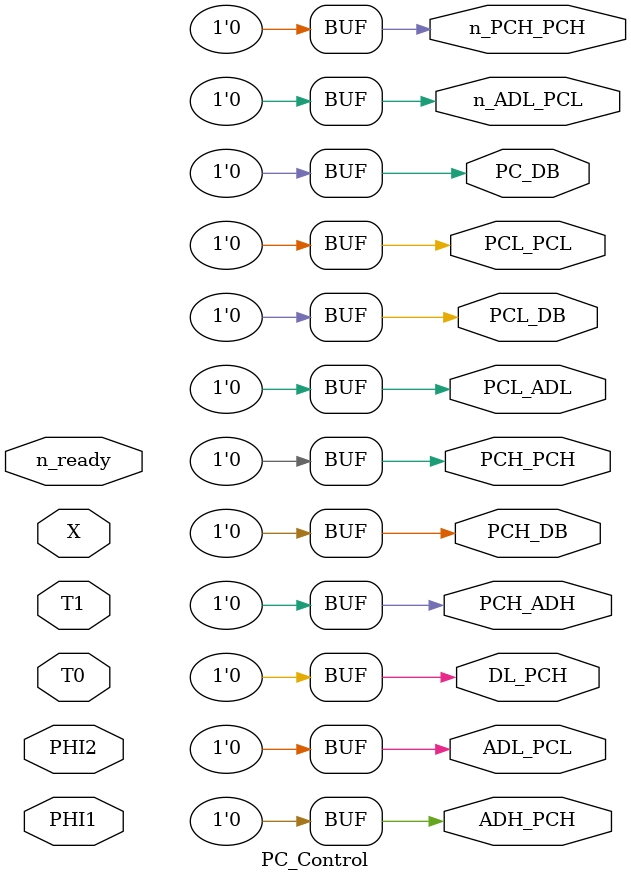
<source format=v>
module PC_Control(	// file.cleaned.mlir:2:3
  input          PHI1,	// file.cleaned.mlir:2:28
                 PHI2,	// file.cleaned.mlir:2:43
                 n_ready,	// file.cleaned.mlir:2:58
                 T0,	// file.cleaned.mlir:2:76
                 T1,	// file.cleaned.mlir:2:89
  input  [129:0] X,	// file.cleaned.mlir:2:102
  output         PCL_DB,	// file.cleaned.mlir:2:117
                 PCH_DB,	// file.cleaned.mlir:2:134
                 PC_DB,	// file.cleaned.mlir:2:151
                 PCL_ADL,	// file.cleaned.mlir:2:167
                 PCH_ADH,	// file.cleaned.mlir:2:185
                 PCL_PCL,	// file.cleaned.mlir:2:203
                 ADL_PCL,	// file.cleaned.mlir:2:221
                 n_ADL_PCL,	// file.cleaned.mlir:2:239
                 DL_PCH,	// file.cleaned.mlir:2:259
                 ADH_PCH,	// file.cleaned.mlir:2:276
                 PCH_PCH,	// file.cleaned.mlir:2:294
                 n_PCH_PCH	// file.cleaned.mlir:2:312
);

  assign PCL_DB = 1'h0;	// file.cleaned.mlir:3:14, :4:5
  assign PCH_DB = 1'h0;	// file.cleaned.mlir:3:14, :4:5
  assign PC_DB = 1'h0;	// file.cleaned.mlir:3:14, :4:5
  assign PCL_ADL = 1'h0;	// file.cleaned.mlir:3:14, :4:5
  assign PCH_ADH = 1'h0;	// file.cleaned.mlir:3:14, :4:5
  assign PCL_PCL = 1'h0;	// file.cleaned.mlir:3:14, :4:5
  assign ADL_PCL = 1'h0;	// file.cleaned.mlir:3:14, :4:5
  assign n_ADL_PCL = 1'h0;	// file.cleaned.mlir:3:14, :4:5
  assign DL_PCH = 1'h0;	// file.cleaned.mlir:3:14, :4:5
  assign ADH_PCH = 1'h0;	// file.cleaned.mlir:3:14, :4:5
  assign PCH_PCH = 1'h0;	// file.cleaned.mlir:3:14, :4:5
  assign n_PCH_PCH = 1'h0;	// file.cleaned.mlir:3:14, :4:5
endmodule


</source>
